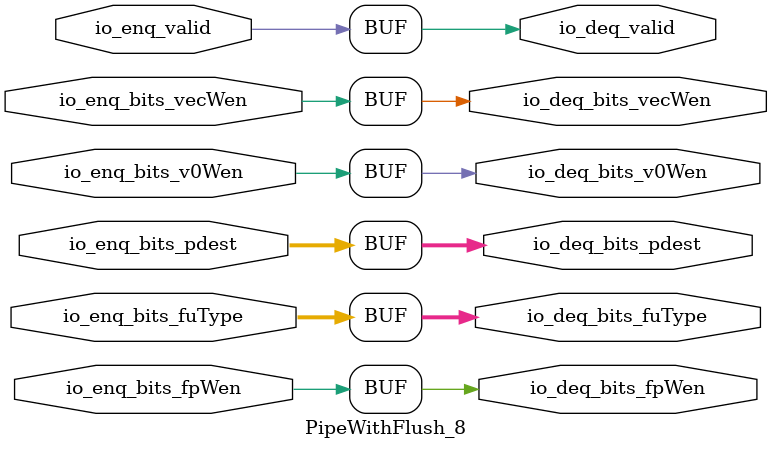
<source format=sv>
`ifndef RANDOMIZE
  `ifdef RANDOMIZE_MEM_INIT
    `define RANDOMIZE
  `endif // RANDOMIZE_MEM_INIT
`endif // not def RANDOMIZE
`ifndef RANDOMIZE
  `ifdef RANDOMIZE_REG_INIT
    `define RANDOMIZE
  `endif // RANDOMIZE_REG_INIT
`endif // not def RANDOMIZE

`ifndef RANDOM
  `define RANDOM $random
`endif // not def RANDOM

// Users can define INIT_RANDOM as general code that gets injected into the
// initializer block for modules with registers.
`ifndef INIT_RANDOM
  `define INIT_RANDOM
`endif // not def INIT_RANDOM

// If using random initialization, you can also define RANDOMIZE_DELAY to
// customize the delay used, otherwise 0.002 is used.
`ifndef RANDOMIZE_DELAY
  `define RANDOMIZE_DELAY 0.002
`endif // not def RANDOMIZE_DELAY

// Define INIT_RANDOM_PROLOG_ for use in our modules below.
`ifndef INIT_RANDOM_PROLOG_
  `ifdef RANDOMIZE
    `ifdef VERILATOR
      `define INIT_RANDOM_PROLOG_ `INIT_RANDOM
    `else  // VERILATOR
      `define INIT_RANDOM_PROLOG_ `INIT_RANDOM #`RANDOMIZE_DELAY begin end
    `endif // VERILATOR
  `else  // RANDOMIZE
    `define INIT_RANDOM_PROLOG_
  `endif // RANDOMIZE
`endif // not def INIT_RANDOM_PROLOG_

// Include register initializers in init blocks unless synthesis is set
`ifndef SYNTHESIS
  `ifndef ENABLE_INITIAL_REG_
    `define ENABLE_INITIAL_REG_
  `endif // not def ENABLE_INITIAL_REG_
`endif // not def SYNTHESIS

// Include rmemory initializers in init blocks unless synthesis is set
`ifndef SYNTHESIS
  `ifndef ENABLE_INITIAL_MEM_
    `define ENABLE_INITIAL_MEM_
  `endif // not def ENABLE_INITIAL_MEM_
`endif // not def SYNTHESIS

module PipeWithFlush_8(
  input         io_enq_valid,
  input  [34:0] io_enq_bits_fuType,
  input  [7:0]  io_enq_bits_pdest,
  input         io_enq_bits_fpWen,
  input         io_enq_bits_vecWen,
  input         io_enq_bits_v0Wen,
  output        io_deq_valid,
  output [34:0] io_deq_bits_fuType,
  output [7:0]  io_deq_bits_pdest,
  output        io_deq_bits_fpWen,
  output        io_deq_bits_vecWen,
  output        io_deq_bits_v0Wen
);

  assign io_deq_valid = io_enq_valid;
  assign io_deq_bits_fuType = io_enq_bits_fuType;
  assign io_deq_bits_pdest = io_enq_bits_pdest;
  assign io_deq_bits_fpWen = io_enq_bits_fpWen;
  assign io_deq_bits_vecWen = io_enq_bits_vecWen;
  assign io_deq_bits_v0Wen = io_enq_bits_v0Wen;
endmodule


</source>
